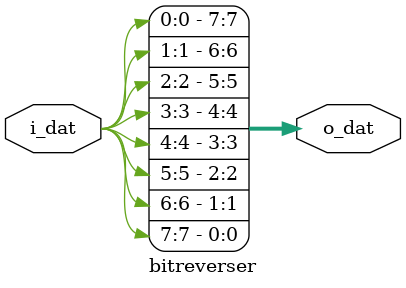
<source format=sv>
/*
    //------------------------------------------------------------------------------------
    //      Модуль реверса (зеркалирования) разрядов произвольной параллельной шины
    bitreverser
    #(
        .WIDTH      ()  // Разрядность
    )
    the_bitreverser
    (
        // Входные данные
        .i_dat      (), // i  [WIDTH - 1 : 0]

        // Выходные данные
        .o_dat      ()  // o  [WIDTH - 1 : 0]
    ); // the_bitreverser
*/

module bitreverser
#(
    parameter int unsigned      WIDTH = 8   // Разрядность
)
(
    // Входные данные
    input  wire [WIDTH - 1 : 0] i_dat,

    // Выходные данные
    output wire [WIDTH - 1 : 0] o_dat
);
    //------------------------------------------------------------------------------------
    //      Генерация реверса
    generate
        genvar i;
        for (i = 0; i < WIDTH; i++) begin: reverse_gen_loop
            assign o_dat[i] = i_dat[WIDTH - 1 - i];
        end
    endgenerate

endmodule // bitreverser
</source>
